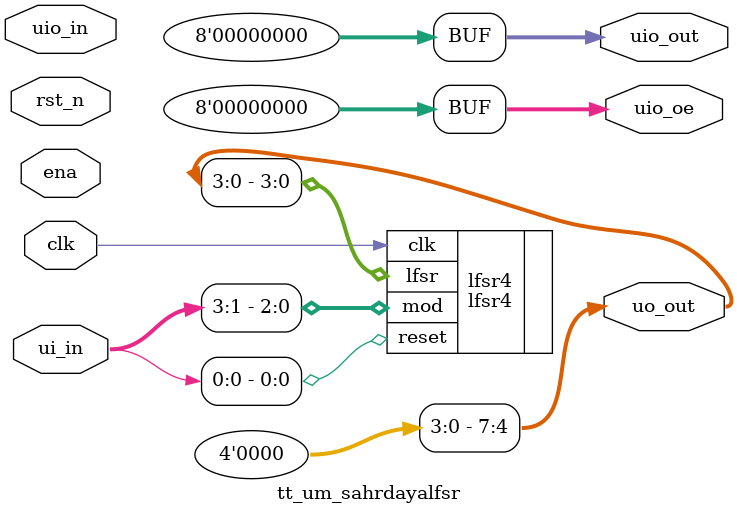
<source format=v>
`default_nettype none

module tt_um_sahrdayalfsr (
     input  wire [7:0] ui_in,    // Dedicated inputs - connected to the input switches
    output wire [7:0] uo_out,   // Dedicated outputs - connected to the 7 segment display
    input  wire [7:0] uio_in,   // IOs: Bidirectional Input path
   output wire [7:0] uio_out,  // IOs: Bidirectional Output path
   output wire [7:0] uio_oe,   // IOs: Bidirectional Enable path (active high: 0=input, 1=output)
    input  wire       ena,      // will go high when the design is enabled
    input  wire       clk,      // clock
    input  wire       rst_n 
);
assign uio_out = 8'h00;
	assign uio_oe  = 8'h00;
     assign uo_out[7:4]=4'b0000;
//lfsr4 uut (
//    .clk(clk),
//    .reset(io_in[0]),
//    .lfsr(io_out[3:0])
//);
lfsr4 lfsr4  (
    .clk(clk),
    .reset(ui_in[0]),
     .mod(ui_in[3:1]),
    .lfsr(uo_out[3:0])
);
endmodule

</source>
